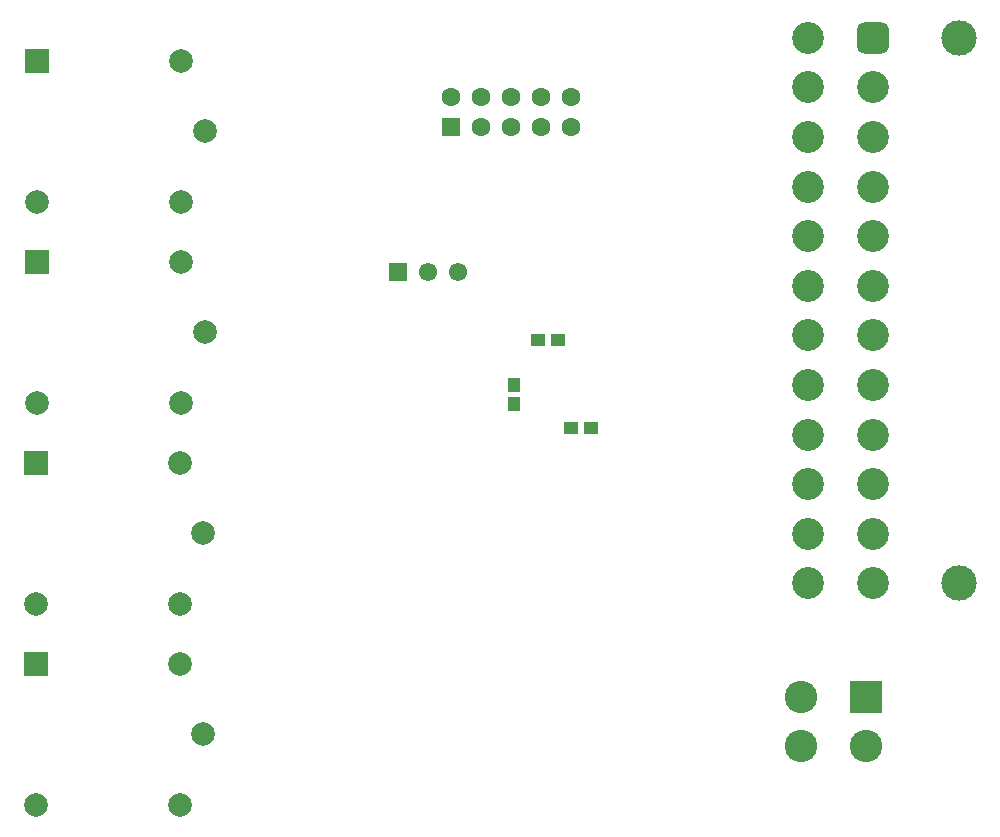
<source format=gbr>
%TF.GenerationSoftware,Altium Limited,Altium Designer,25.3.3 (18)*%
G04 Layer_Color=255*
%FSLAX45Y45*%
%MOMM*%
%TF.SameCoordinates,ACD2DE35-000D-4175-8758-006393140AE5*%
%TF.FilePolarity,Positive*%
%TF.FileFunction,Pads,Bot*%
%TF.Part,Single*%
G01*
G75*
%TA.AperFunction,SMDPad,CuDef*%
%ADD15R,1.01213X1.15814*%
%ADD17R,1.15814X1.01213*%
%TA.AperFunction,ComponentPad*%
%ADD37C,1.60000*%
%ADD38R,1.60000X1.60000*%
%ADD39C,2.00000*%
%ADD40R,2.00000X2.00000*%
%ADD41C,2.70000*%
G04:AMPARAMS|DCode=42|XSize=2.7mm|YSize=2.7mm|CornerRadius=0.675mm|HoleSize=0mm|Usage=FLASHONLY|Rotation=90.000|XOffset=0mm|YOffset=0mm|HoleType=Round|Shape=RoundedRectangle|*
%AMROUNDEDRECTD42*
21,1,2.70000,1.35000,0,0,90.0*
21,1,1.35000,2.70000,0,0,90.0*
1,1,1.35000,0.67500,0.67500*
1,1,1.35000,0.67500,-0.67500*
1,1,1.35000,-0.67500,-0.67500*
1,1,1.35000,-0.67500,0.67500*
%
%ADD42ROUNDEDRECTD42*%
%ADD43C,3.00000*%
%ADD44R,1.55000X1.55000*%
%ADD45C,1.55000*%
%ADD46R,2.75000X2.75000*%
%ADD47C,2.75000*%
D15*
X13320000Y7607301D02*
D03*
Y7772699D02*
D03*
D17*
X13527301Y8150000D02*
D03*
X13692699D02*
D03*
X13972699Y7410000D02*
D03*
X13807301D02*
D03*
D37*
X13808000Y9960000D02*
D03*
X13553999D02*
D03*
X13300000D02*
D03*
X13046001D02*
D03*
X13808000Y10214000D02*
D03*
X13553999D02*
D03*
X13300000D02*
D03*
X13046001D02*
D03*
X12792000D02*
D03*
D38*
Y9960000D02*
D03*
D39*
X10693298Y6515100D02*
D03*
X10493299Y7115099D02*
D03*
Y5915101D02*
D03*
X9273301D02*
D03*
X10505999Y10518699D02*
D03*
Y9318701D02*
D03*
X9286001D02*
D03*
X10705998Y9918700D02*
D03*
X9273301Y4213301D02*
D03*
X10493299D02*
D03*
Y5413299D02*
D03*
X10693298Y4813300D02*
D03*
X9286001Y7616901D02*
D03*
X10505999D02*
D03*
Y8816899D02*
D03*
X10705998Y8216900D02*
D03*
D40*
X9273301Y7115099D02*
D03*
X9286001Y10518699D02*
D03*
X9273301Y5413299D02*
D03*
X9286001Y8816899D02*
D03*
D41*
X16361501Y6091499D02*
D03*
X15811501D02*
D03*
Y6511498D02*
D03*
Y6931503D02*
D03*
Y7351502D02*
D03*
Y7771501D02*
D03*
Y8191500D02*
D03*
Y8611499D02*
D03*
Y9031498D02*
D03*
Y9451503D02*
D03*
Y9871502D02*
D03*
Y10291501D02*
D03*
Y10711500D02*
D03*
X16361501Y6511498D02*
D03*
Y7351502D02*
D03*
Y9031498D02*
D03*
Y10291501D02*
D03*
Y9871502D02*
D03*
Y9451503D02*
D03*
Y8611499D02*
D03*
Y8191500D02*
D03*
Y7771501D02*
D03*
Y6931503D02*
D03*
D42*
Y10711500D02*
D03*
D43*
X17091502D02*
D03*
Y6091499D02*
D03*
D44*
X12344400Y8724900D02*
D03*
D45*
X12598400D02*
D03*
X12852400D02*
D03*
D46*
X16306799Y5131699D02*
D03*
D47*
X15756799D02*
D03*
X16306799Y4711700D02*
D03*
X15756799D02*
D03*
%TF.MD5,a4352a196245697c868b7ac0338fd101*%
M02*

</source>
